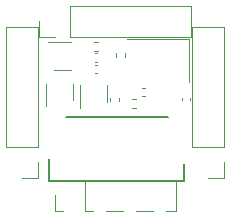
<source format=gto>
%TF.GenerationSoftware,KiCad,Pcbnew,(5.1.9)-1*%
%TF.CreationDate,2021-08-06T11:33:52+02:00*%
%TF.ProjectId,PumpkinPi,50756d70-6b69-46e5-9069-2e6b69636164,rev?*%
%TF.SameCoordinates,Original*%
%TF.FileFunction,Legend,Top*%
%TF.FilePolarity,Positive*%
%FSLAX46Y46*%
G04 Gerber Fmt 4.6, Leading zero omitted, Abs format (unit mm)*
G04 Created by KiCad (PCBNEW (5.1.9)-1) date 2021-08-06 11:33:52*
%MOMM*%
%LPD*%
G01*
G04 APERTURE LIST*
%ADD10C,0.120000*%
%ADD11C,0.200000*%
%ADD12R,0.400000X0.650000*%
%ADD13C,0.100000*%
%ADD14R,1.150000X1.200000*%
%ADD15R,1.400000X0.900000*%
%ADD16R,1.000000X0.700000*%
%ADD17R,1.450000X1.200000*%
%ADD18R,0.700000X1.000000*%
%ADD19R,1.700000X1.700000*%
%ADD20O,1.700000X1.700000*%
%ADD21R,0.650000X0.400000*%
%ADD22R,1.600000X1.300000*%
G04 APERTURE END LIST*
D10*
%TO.C,U4*%
X103198440Y-92147160D02*
X103198440Y-94047160D01*
X105518440Y-93547160D02*
X105518440Y-92147160D01*
%TO.C,C1*%
X104458505Y-90404360D02*
X104690175Y-90404360D01*
X104458505Y-91124360D02*
X104690175Y-91124360D01*
%TO.C,C2*%
X104463585Y-89454400D02*
X104695255Y-89454400D01*
X104463585Y-90174400D02*
X104695255Y-90174400D01*
%TO.C,C3*%
X106483740Y-93476075D02*
X106483740Y-93244405D01*
X105763740Y-93476075D02*
X105763740Y-93244405D01*
%TO.C,C11*%
X112536560Y-93188525D02*
X112536560Y-93420195D01*
X111816560Y-93188525D02*
X111816560Y-93420195D01*
%TO.C,C12*%
X108700835Y-93070000D02*
X108469165Y-93070000D01*
X108700835Y-92350000D02*
X108469165Y-92350000D01*
%TO.C,J2*%
X111350000Y-102803000D02*
X111350000Y-100143000D01*
X103670000Y-102803000D02*
X111350000Y-102803000D01*
X103670000Y-100143000D02*
X111350000Y-100143000D01*
X103670000Y-102803000D02*
X103670000Y-100143000D01*
X102400000Y-102803000D02*
X101070000Y-102803000D01*
X101070000Y-102803000D02*
X101070000Y-101473000D01*
D11*
%TO.C,J3*%
X112000000Y-98811000D02*
X112000000Y-100261000D01*
X112000000Y-100261000D02*
X100600000Y-100261000D01*
X100600000Y-100261000D02*
X100600000Y-98411000D01*
X110700000Y-94811000D02*
X102050000Y-94811000D01*
D10*
%TO.C,J4*%
X115376000Y-87189000D02*
X112716000Y-87189000D01*
X115376000Y-97409000D02*
X115376000Y-87189000D01*
X112716000Y-97409000D02*
X112716000Y-87189000D01*
X115376000Y-97409000D02*
X112716000Y-97409000D01*
X115376000Y-98679000D02*
X115376000Y-100009000D01*
X115376000Y-100009000D02*
X114046000Y-100009000D01*
%TO.C,J5*%
X99762000Y-88071000D02*
X99762000Y-86741000D01*
X101092000Y-88071000D02*
X99762000Y-88071000D01*
X102362000Y-88071000D02*
X102362000Y-85411000D01*
X102362000Y-85411000D02*
X112582000Y-85411000D01*
X102362000Y-88071000D02*
X112582000Y-88071000D01*
X112582000Y-88071000D02*
X112582000Y-85411000D01*
%TO.C,J6*%
X99628000Y-87189000D02*
X96968000Y-87189000D01*
X99628000Y-97409000D02*
X99628000Y-87189000D01*
X96968000Y-97409000D02*
X96968000Y-87189000D01*
X99628000Y-97409000D02*
X96968000Y-97409000D01*
X99628000Y-98679000D02*
X99628000Y-100009000D01*
X99628000Y-100009000D02*
X98298000Y-100009000D01*
%TO.C,R7*%
X107627439Y-93305360D02*
X107962681Y-93305360D01*
X107627439Y-94065360D02*
X107962681Y-94065360D01*
%TO.C,R8*%
X104401639Y-89282540D02*
X104736881Y-89282540D01*
X104401639Y-88522540D02*
X104736881Y-88522540D01*
%TO.C,R9*%
X107011740Y-89392779D02*
X107011740Y-89728021D01*
X106251740Y-89392779D02*
X106251740Y-89728021D01*
%TO.C,U2*%
X100298000Y-92010000D02*
X100298000Y-93910000D01*
X102618000Y-93410000D02*
X102618000Y-92010000D01*
%TO.C,U3*%
X101027000Y-90822000D02*
X102427000Y-90822000D01*
X102427000Y-88502000D02*
X100527000Y-88502000D01*
%TO.C,Y1*%
X112474520Y-91908240D02*
X112474520Y-88208240D01*
X112474520Y-88208240D02*
X107174520Y-88208240D01*
%TD*%
%LPC*%
D12*
%TO.C,U4*%
X103708440Y-93797160D03*
X105008440Y-93797160D03*
X104358440Y-93797160D03*
X105008440Y-91897160D03*
X103708440Y-91897160D03*
%TD*%
%TO.C,C1*%
G36*
G01*
X103639340Y-90919360D02*
X103639340Y-90609360D01*
G75*
G02*
X103794340Y-90454360I155000J0D01*
G01*
X104219340Y-90454360D01*
G75*
G02*
X104374340Y-90609360I0J-155000D01*
G01*
X104374340Y-90919360D01*
G75*
G02*
X104219340Y-91074360I-155000J0D01*
G01*
X103794340Y-91074360D01*
G75*
G02*
X103639340Y-90919360I0J155000D01*
G01*
G37*
G36*
G01*
X104774340Y-90919360D02*
X104774340Y-90609360D01*
G75*
G02*
X104929340Y-90454360I155000J0D01*
G01*
X105354340Y-90454360D01*
G75*
G02*
X105509340Y-90609360I0J-155000D01*
G01*
X105509340Y-90919360D01*
G75*
G02*
X105354340Y-91074360I-155000J0D01*
G01*
X104929340Y-91074360D01*
G75*
G02*
X104774340Y-90919360I0J155000D01*
G01*
G37*
%TD*%
%TO.C,C2*%
G36*
G01*
X103644420Y-89969400D02*
X103644420Y-89659400D01*
G75*
G02*
X103799420Y-89504400I155000J0D01*
G01*
X104224420Y-89504400D01*
G75*
G02*
X104379420Y-89659400I0J-155000D01*
G01*
X104379420Y-89969400D01*
G75*
G02*
X104224420Y-90124400I-155000J0D01*
G01*
X103799420Y-90124400D01*
G75*
G02*
X103644420Y-89969400I0J155000D01*
G01*
G37*
G36*
G01*
X104779420Y-89969400D02*
X104779420Y-89659400D01*
G75*
G02*
X104934420Y-89504400I155000J0D01*
G01*
X105359420Y-89504400D01*
G75*
G02*
X105514420Y-89659400I0J-155000D01*
G01*
X105514420Y-89969400D01*
G75*
G02*
X105359420Y-90124400I-155000J0D01*
G01*
X104934420Y-90124400D01*
G75*
G02*
X104779420Y-89969400I0J155000D01*
G01*
G37*
%TD*%
%TO.C,C3*%
G36*
G01*
X106278740Y-93160240D02*
X105968740Y-93160240D01*
G75*
G02*
X105813740Y-93005240I0J155000D01*
G01*
X105813740Y-92580240D01*
G75*
G02*
X105968740Y-92425240I155000J0D01*
G01*
X106278740Y-92425240D01*
G75*
G02*
X106433740Y-92580240I0J-155000D01*
G01*
X106433740Y-93005240D01*
G75*
G02*
X106278740Y-93160240I-155000J0D01*
G01*
G37*
G36*
G01*
X106278740Y-94295240D02*
X105968740Y-94295240D01*
G75*
G02*
X105813740Y-94140240I0J155000D01*
G01*
X105813740Y-93715240D01*
G75*
G02*
X105968740Y-93560240I155000J0D01*
G01*
X106278740Y-93560240D01*
G75*
G02*
X106433740Y-93715240I0J-155000D01*
G01*
X106433740Y-94140240D01*
G75*
G02*
X106278740Y-94295240I-155000J0D01*
G01*
G37*
%TD*%
%TO.C,C11*%
G36*
G01*
X112021560Y-92369360D02*
X112331560Y-92369360D01*
G75*
G02*
X112486560Y-92524360I0J-155000D01*
G01*
X112486560Y-92949360D01*
G75*
G02*
X112331560Y-93104360I-155000J0D01*
G01*
X112021560Y-93104360D01*
G75*
G02*
X111866560Y-92949360I0J155000D01*
G01*
X111866560Y-92524360D01*
G75*
G02*
X112021560Y-92369360I155000J0D01*
G01*
G37*
G36*
G01*
X112021560Y-93504360D02*
X112331560Y-93504360D01*
G75*
G02*
X112486560Y-93659360I0J-155000D01*
G01*
X112486560Y-94084360D01*
G75*
G02*
X112331560Y-94239360I-155000J0D01*
G01*
X112021560Y-94239360D01*
G75*
G02*
X111866560Y-94084360I0J155000D01*
G01*
X111866560Y-93659360D01*
G75*
G02*
X112021560Y-93504360I155000J0D01*
G01*
G37*
%TD*%
%TO.C,C12*%
G36*
G01*
X109520000Y-92555000D02*
X109520000Y-92865000D01*
G75*
G02*
X109365000Y-93020000I-155000J0D01*
G01*
X108940000Y-93020000D01*
G75*
G02*
X108785000Y-92865000I0J155000D01*
G01*
X108785000Y-92555000D01*
G75*
G02*
X108940000Y-92400000I155000J0D01*
G01*
X109365000Y-92400000D01*
G75*
G02*
X109520000Y-92555000I0J-155000D01*
G01*
G37*
G36*
G01*
X108385000Y-92555000D02*
X108385000Y-92865000D01*
G75*
G02*
X108230000Y-93020000I-155000J0D01*
G01*
X107805000Y-93020000D01*
G75*
G02*
X107650000Y-92865000I0J155000D01*
G01*
X107650000Y-92555000D01*
G75*
G02*
X107805000Y-92400000I155000J0D01*
G01*
X108230000Y-92400000D01*
G75*
G02*
X108385000Y-92555000I0J-155000D01*
G01*
G37*
%TD*%
D13*
%TO.C,J2*%
G36*
X103250000Y-100623000D02*
G01*
X103250000Y-102323000D01*
X102900000Y-102323000D01*
X102900000Y-114173000D01*
X101900000Y-114173000D01*
X101900000Y-102323000D01*
X101550000Y-102323000D01*
X101550000Y-100623000D01*
X103250000Y-100623000D01*
G37*
G36*
X105790000Y-100623000D02*
G01*
X105790000Y-102323000D01*
X105440000Y-102323000D01*
X105440000Y-113473000D01*
X104440000Y-113473000D01*
X104440000Y-102323000D01*
X104090000Y-102323000D01*
X104090000Y-100623000D01*
X105790000Y-100623000D01*
G37*
G36*
X108330000Y-100623000D02*
G01*
X108330000Y-102323000D01*
X107980000Y-102323000D01*
X107980000Y-113473000D01*
X106980000Y-113473000D01*
X106980000Y-102323000D01*
X106630000Y-102323000D01*
X106630000Y-100623000D01*
X108330000Y-100623000D01*
G37*
G36*
X110870000Y-100623000D02*
G01*
X110870000Y-102323000D01*
X110520000Y-102323000D01*
X110520000Y-114173000D01*
X109520000Y-114173000D01*
X109520000Y-102323000D01*
X109170000Y-102323000D01*
X109170000Y-100623000D01*
X110870000Y-100623000D01*
G37*
%TD*%
D14*
%TO.C,J3*%
X111525000Y-95311000D03*
X111525000Y-97901000D03*
D15*
X101100000Y-95161000D03*
D16*
X100900000Y-96311000D03*
D17*
X101125000Y-97461000D03*
D18*
X110450000Y-98951000D03*
X109350000Y-98951000D03*
X108250000Y-98951000D03*
X107150000Y-98951000D03*
X106050000Y-98951000D03*
X104950000Y-98951000D03*
X103850000Y-98951000D03*
X102750000Y-98951000D03*
%TD*%
D19*
%TO.C,J4*%
X114046000Y-98679000D03*
D20*
X114046000Y-96139000D03*
X114046000Y-93599000D03*
X114046000Y-91059000D03*
X114046000Y-88519000D03*
%TD*%
%TO.C,J5*%
X111252000Y-86741000D03*
X108712000Y-86741000D03*
X106172000Y-86741000D03*
X103632000Y-86741000D03*
D19*
X101092000Y-86741000D03*
%TD*%
%TO.C,J6*%
X98298000Y-98679000D03*
D20*
X98298000Y-96139000D03*
X98298000Y-93599000D03*
X98298000Y-91059000D03*
X98298000Y-88519000D03*
%TD*%
%TO.C,R7*%
G36*
G01*
X106840060Y-93845360D02*
X106840060Y-93525360D01*
G75*
G02*
X107000060Y-93365360I160000J0D01*
G01*
X107395060Y-93365360D01*
G75*
G02*
X107555060Y-93525360I0J-160000D01*
G01*
X107555060Y-93845360D01*
G75*
G02*
X107395060Y-94005360I-160000J0D01*
G01*
X107000060Y-94005360D01*
G75*
G02*
X106840060Y-93845360I0J160000D01*
G01*
G37*
G36*
G01*
X108035060Y-93845360D02*
X108035060Y-93525360D01*
G75*
G02*
X108195060Y-93365360I160000J0D01*
G01*
X108590060Y-93365360D01*
G75*
G02*
X108750060Y-93525360I0J-160000D01*
G01*
X108750060Y-93845360D01*
G75*
G02*
X108590060Y-94005360I-160000J0D01*
G01*
X108195060Y-94005360D01*
G75*
G02*
X108035060Y-93845360I0J160000D01*
G01*
G37*
%TD*%
%TO.C,R8*%
G36*
G01*
X104809260Y-89062540D02*
X104809260Y-88742540D01*
G75*
G02*
X104969260Y-88582540I160000J0D01*
G01*
X105364260Y-88582540D01*
G75*
G02*
X105524260Y-88742540I0J-160000D01*
G01*
X105524260Y-89062540D01*
G75*
G02*
X105364260Y-89222540I-160000J0D01*
G01*
X104969260Y-89222540D01*
G75*
G02*
X104809260Y-89062540I0J160000D01*
G01*
G37*
G36*
G01*
X103614260Y-89062540D02*
X103614260Y-88742540D01*
G75*
G02*
X103774260Y-88582540I160000J0D01*
G01*
X104169260Y-88582540D01*
G75*
G02*
X104329260Y-88742540I0J-160000D01*
G01*
X104329260Y-89062540D01*
G75*
G02*
X104169260Y-89222540I-160000J0D01*
G01*
X103774260Y-89222540D01*
G75*
G02*
X103614260Y-89062540I0J160000D01*
G01*
G37*
%TD*%
%TO.C,R9*%
G36*
G01*
X106471740Y-88605400D02*
X106791740Y-88605400D01*
G75*
G02*
X106951740Y-88765400I0J-160000D01*
G01*
X106951740Y-89160400D01*
G75*
G02*
X106791740Y-89320400I-160000J0D01*
G01*
X106471740Y-89320400D01*
G75*
G02*
X106311740Y-89160400I0J160000D01*
G01*
X106311740Y-88765400D01*
G75*
G02*
X106471740Y-88605400I160000J0D01*
G01*
G37*
G36*
G01*
X106471740Y-89800400D02*
X106791740Y-89800400D01*
G75*
G02*
X106951740Y-89960400I0J-160000D01*
G01*
X106951740Y-90355400D01*
G75*
G02*
X106791740Y-90515400I-160000J0D01*
G01*
X106471740Y-90515400D01*
G75*
G02*
X106311740Y-90355400I0J160000D01*
G01*
X106311740Y-89960400D01*
G75*
G02*
X106471740Y-89800400I160000J0D01*
G01*
G37*
%TD*%
D12*
%TO.C,U2*%
X100808000Y-93660000D03*
X102108000Y-93660000D03*
X101458000Y-93660000D03*
X102108000Y-91760000D03*
X100808000Y-91760000D03*
%TD*%
D21*
%TO.C,U3*%
X102677000Y-89012000D03*
X102677000Y-90312000D03*
X100777000Y-89662000D03*
X100777000Y-90312000D03*
X100777000Y-89012000D03*
%TD*%
D22*
%TO.C,Y1*%
X111474520Y-89058240D03*
X108174520Y-89058240D03*
X108174520Y-91058240D03*
X111474520Y-91058240D03*
%TD*%
M02*

</source>
